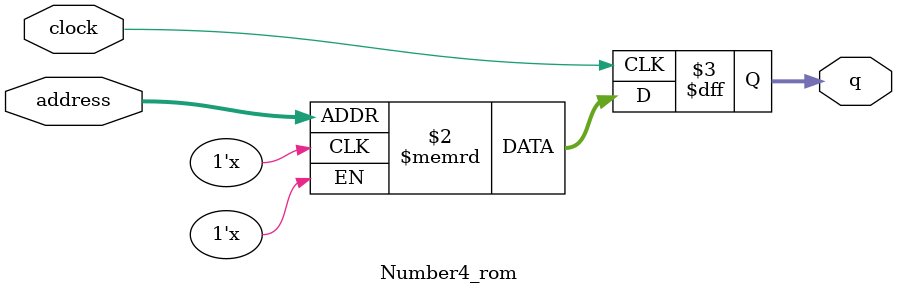
<source format=sv>
module Number4_rom (
	input logic clock,
	input logic [11:0] address,
	output logic [1:0] q
);

logic [1:0] memory [0:2499] /* synthesis ram_init_file = "./Number4/Number4.COE" */;

always_ff @ (posedge clock) begin
	q <= memory[address];
end

endmodule

</source>
